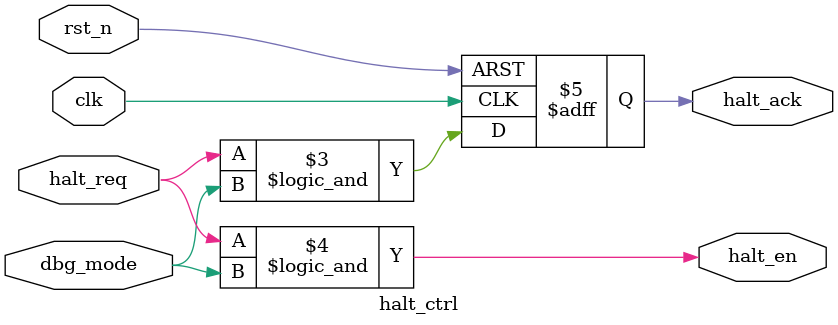
<source format=v>
module halt_ctrl (
    input clk,
    input rst_n,
    input halt_req,
    input dbg_mode,
    output reg halt_ack,
    output halt_en
);

    // Halt acknowledge register
    always @(posedge clk or negedge rst_n) begin
        if (!rst_n)
            halt_ack <= 1'b0;
        else
            halt_ack <= halt_req && dbg_mode;
    end
    
    // Halt enable signal
    assign halt_en = halt_req && dbg_mode;

endmodule


</source>
